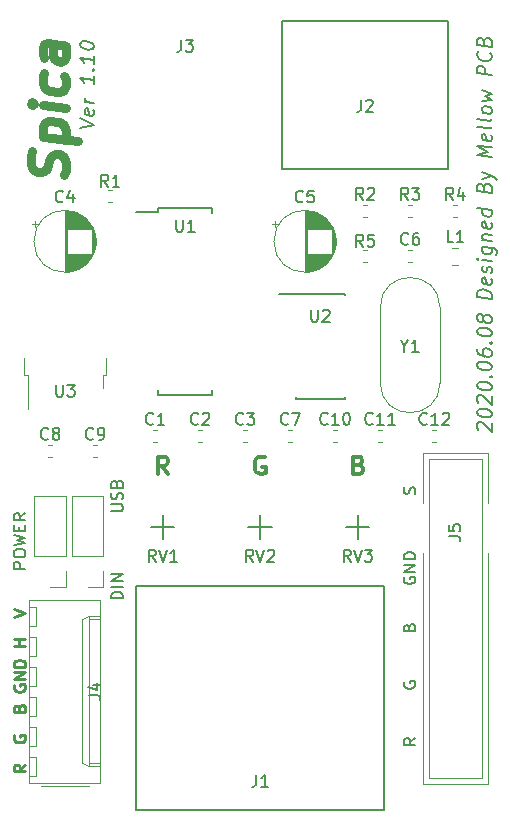
<source format=gbr>
G04 #@! TF.GenerationSoftware,KiCad,Pcbnew,(6.0.6-0)*
G04 #@! TF.CreationDate,2022-10-21T02:43:14+09:00*
G04 #@! TF.ProjectId,Spica,53706963-612e-46b6-9963-61645f706362,rev?*
G04 #@! TF.SameCoordinates,Original*
G04 #@! TF.FileFunction,Legend,Top*
G04 #@! TF.FilePolarity,Positive*
%FSLAX46Y46*%
G04 Gerber Fmt 4.6, Leading zero omitted, Abs format (unit mm)*
G04 Created by KiCad (PCBNEW (6.0.6-0)) date 2022-10-21 02:43:14*
%MOMM*%
%LPD*%
G01*
G04 APERTURE LIST*
%ADD10C,0.200000*%
%ADD11C,0.300000*%
%ADD12C,0.250000*%
%ADD13C,0.750000*%
%ADD14C,0.150000*%
%ADD15C,0.120000*%
G04 APERTURE END LIST*
D10*
X89352380Y-123339523D02*
X88876190Y-123672857D01*
X89352380Y-123910952D02*
X88352380Y-123910952D01*
X88352380Y-123530000D01*
X88400000Y-123434761D01*
X88447619Y-123387142D01*
X88542857Y-123339523D01*
X88685714Y-123339523D01*
X88780952Y-123387142D01*
X88828571Y-123434761D01*
X88876190Y-123530000D01*
X88876190Y-123910952D01*
X88400000Y-118577619D02*
X88352380Y-118672857D01*
X88352380Y-118815714D01*
X88400000Y-118958571D01*
X88495238Y-119053809D01*
X88590476Y-119101428D01*
X88780952Y-119149047D01*
X88923809Y-119149047D01*
X89114285Y-119101428D01*
X89209523Y-119053809D01*
X89304761Y-118958571D01*
X89352380Y-118815714D01*
X89352380Y-118720476D01*
X89304761Y-118577619D01*
X89257142Y-118530000D01*
X88923809Y-118530000D01*
X88923809Y-118720476D01*
X88828571Y-113958571D02*
X88876190Y-113815714D01*
X88923809Y-113768095D01*
X89019047Y-113720476D01*
X89161904Y-113720476D01*
X89257142Y-113768095D01*
X89304761Y-113815714D01*
X89352380Y-113910952D01*
X89352380Y-114291904D01*
X88352380Y-114291904D01*
X88352380Y-113958571D01*
X88400000Y-113863333D01*
X88447619Y-113815714D01*
X88542857Y-113768095D01*
X88638095Y-113768095D01*
X88733333Y-113815714D01*
X88780952Y-113863333D01*
X88828571Y-113958571D01*
X88828571Y-114291904D01*
X88400000Y-109720476D02*
X88352380Y-109815714D01*
X88352380Y-109958571D01*
X88400000Y-110101428D01*
X88495238Y-110196666D01*
X88590476Y-110244285D01*
X88780952Y-110291904D01*
X88923809Y-110291904D01*
X89114285Y-110244285D01*
X89209523Y-110196666D01*
X89304761Y-110101428D01*
X89352380Y-109958571D01*
X89352380Y-109863333D01*
X89304761Y-109720476D01*
X89257142Y-109672857D01*
X88923809Y-109672857D01*
X88923809Y-109863333D01*
X89352380Y-109244285D02*
X88352380Y-109244285D01*
X89352380Y-108672857D01*
X88352380Y-108672857D01*
X89352380Y-108196666D02*
X88352380Y-108196666D01*
X88352380Y-107958571D01*
X88400000Y-107815714D01*
X88495238Y-107720476D01*
X88590476Y-107672857D01*
X88780952Y-107625238D01*
X88923809Y-107625238D01*
X89114285Y-107672857D01*
X89209523Y-107720476D01*
X89304761Y-107815714D01*
X89352380Y-107958571D01*
X89352380Y-108196666D01*
X89304761Y-102672857D02*
X89352380Y-102530000D01*
X89352380Y-102291904D01*
X89304761Y-102196666D01*
X89257142Y-102149047D01*
X89161904Y-102101428D01*
X89066666Y-102101428D01*
X88971428Y-102149047D01*
X88923809Y-102196666D01*
X88876190Y-102291904D01*
X88828571Y-102482380D01*
X88780952Y-102577619D01*
X88733333Y-102625238D01*
X88638095Y-102672857D01*
X88542857Y-102672857D01*
X88447619Y-102625238D01*
X88400000Y-102577619D01*
X88352380Y-102482380D01*
X88352380Y-102244285D01*
X88400000Y-102101428D01*
D11*
X68409285Y-101008571D02*
X67909285Y-100294285D01*
X67552142Y-101008571D02*
X67552142Y-99508571D01*
X68123571Y-99508571D01*
X68266428Y-99580000D01*
X68337857Y-99651428D01*
X68409285Y-99794285D01*
X68409285Y-100008571D01*
X68337857Y-100151428D01*
X68266428Y-100222857D01*
X68123571Y-100294285D01*
X67552142Y-100294285D01*
D10*
X60937857Y-71651464D02*
X62137857Y-71401464D01*
X60937857Y-70851464D01*
X62080714Y-70137178D02*
X62137857Y-70258607D01*
X62137857Y-70487178D01*
X62080714Y-70594321D01*
X61966428Y-70637178D01*
X61509285Y-70580035D01*
X61395000Y-70508607D01*
X61337857Y-70387178D01*
X61337857Y-70158607D01*
X61395000Y-70051464D01*
X61509285Y-70008607D01*
X61623571Y-70022892D01*
X61737857Y-70608607D01*
X62137857Y-69572892D02*
X61337857Y-69472892D01*
X61566428Y-69501464D02*
X61452142Y-69430035D01*
X61395000Y-69365750D01*
X61337857Y-69244321D01*
X61337857Y-69130035D01*
X62137857Y-67287178D02*
X62137857Y-67972892D01*
X62137857Y-67630035D02*
X60937857Y-67480035D01*
X61109285Y-67615750D01*
X61223571Y-67744321D01*
X61280714Y-67865750D01*
X62023571Y-66758607D02*
X62080714Y-66708607D01*
X62137857Y-66772892D01*
X62080714Y-66822892D01*
X62023571Y-66758607D01*
X62137857Y-66772892D01*
X62137857Y-65572892D02*
X62137857Y-66258607D01*
X62137857Y-65915750D02*
X60937857Y-65765750D01*
X61109285Y-65901464D01*
X61223571Y-66030035D01*
X61280714Y-66151464D01*
X60937857Y-64680035D02*
X60937857Y-64565750D01*
X60995000Y-64458607D01*
X61052142Y-64408607D01*
X61166428Y-64365750D01*
X61395000Y-64337178D01*
X61680714Y-64372892D01*
X61909285Y-64458607D01*
X62023571Y-64530035D01*
X62080714Y-64594321D01*
X62137857Y-64715750D01*
X62137857Y-64830035D01*
X62080714Y-64937178D01*
X62023571Y-64987178D01*
X61909285Y-65030035D01*
X61680714Y-65058607D01*
X61395000Y-65022892D01*
X61166428Y-64937178D01*
X61052142Y-64865750D01*
X60995000Y-64801464D01*
X60937857Y-64680035D01*
X56332380Y-108989523D02*
X55332380Y-108989523D01*
X55332380Y-108608571D01*
X55380000Y-108513333D01*
X55427619Y-108465714D01*
X55522857Y-108418095D01*
X55665714Y-108418095D01*
X55760952Y-108465714D01*
X55808571Y-108513333D01*
X55856190Y-108608571D01*
X55856190Y-108989523D01*
X55332380Y-107799047D02*
X55332380Y-107608571D01*
X55380000Y-107513333D01*
X55475238Y-107418095D01*
X55665714Y-107370476D01*
X55999047Y-107370476D01*
X56189523Y-107418095D01*
X56284761Y-107513333D01*
X56332380Y-107608571D01*
X56332380Y-107799047D01*
X56284761Y-107894285D01*
X56189523Y-107989523D01*
X55999047Y-108037142D01*
X55665714Y-108037142D01*
X55475238Y-107989523D01*
X55380000Y-107894285D01*
X55332380Y-107799047D01*
X55332380Y-107037142D02*
X56332380Y-106799047D01*
X55618095Y-106608571D01*
X56332380Y-106418095D01*
X55332380Y-106180000D01*
X55808571Y-105799047D02*
X55808571Y-105465714D01*
X56332380Y-105322857D02*
X56332380Y-105799047D01*
X55332380Y-105799047D01*
X55332380Y-105322857D01*
X56332380Y-104322857D02*
X55856190Y-104656190D01*
X56332380Y-104894285D02*
X55332380Y-104894285D01*
X55332380Y-104513333D01*
X55380000Y-104418095D01*
X55427619Y-104370476D01*
X55522857Y-104322857D01*
X55665714Y-104322857D01*
X55760952Y-104370476D01*
X55808571Y-104418095D01*
X55856190Y-104513333D01*
X55856190Y-104894285D01*
D11*
X76592857Y-99580000D02*
X76450000Y-99508571D01*
X76235714Y-99508571D01*
X76021428Y-99580000D01*
X75878571Y-99722857D01*
X75807142Y-99865714D01*
X75735714Y-100151428D01*
X75735714Y-100365714D01*
X75807142Y-100651428D01*
X75878571Y-100794285D01*
X76021428Y-100937142D01*
X76235714Y-101008571D01*
X76378571Y-101008571D01*
X76592857Y-100937142D01*
X76664285Y-100865714D01*
X76664285Y-100365714D01*
X76378571Y-100365714D01*
D12*
X56332380Y-125594285D02*
X55856190Y-125927619D01*
X56332380Y-126165714D02*
X55332380Y-126165714D01*
X55332380Y-125784761D01*
X55380000Y-125689523D01*
X55427619Y-125641904D01*
X55522857Y-125594285D01*
X55665714Y-125594285D01*
X55760952Y-125641904D01*
X55808571Y-125689523D01*
X55856190Y-125784761D01*
X55856190Y-126165714D01*
X55380000Y-123118095D02*
X55332380Y-123213333D01*
X55332380Y-123356190D01*
X55380000Y-123499047D01*
X55475238Y-123594285D01*
X55570476Y-123641904D01*
X55760952Y-123689523D01*
X55903809Y-123689523D01*
X56094285Y-123641904D01*
X56189523Y-123594285D01*
X56284761Y-123499047D01*
X56332380Y-123356190D01*
X56332380Y-123260952D01*
X56284761Y-123118095D01*
X56237142Y-123070476D01*
X55903809Y-123070476D01*
X55903809Y-123260952D01*
X55808571Y-120784761D02*
X55856190Y-120641904D01*
X55903809Y-120594285D01*
X55999047Y-120546666D01*
X56141904Y-120546666D01*
X56237142Y-120594285D01*
X56284761Y-120641904D01*
X56332380Y-120737142D01*
X56332380Y-121118095D01*
X55332380Y-121118095D01*
X55332380Y-120784761D01*
X55380000Y-120689523D01*
X55427619Y-120641904D01*
X55522857Y-120594285D01*
X55618095Y-120594285D01*
X55713333Y-120641904D01*
X55760952Y-120689523D01*
X55808571Y-120784761D01*
X55808571Y-121118095D01*
X55380000Y-118832380D02*
X55332380Y-118927619D01*
X55332380Y-119070476D01*
X55380000Y-119213333D01*
X55475238Y-119308571D01*
X55570476Y-119356190D01*
X55760952Y-119403809D01*
X55903809Y-119403809D01*
X56094285Y-119356190D01*
X56189523Y-119308571D01*
X56284761Y-119213333D01*
X56332380Y-119070476D01*
X56332380Y-118975238D01*
X56284761Y-118832380D01*
X56237142Y-118784761D01*
X55903809Y-118784761D01*
X55903809Y-118975238D01*
X56332380Y-118356190D02*
X55332380Y-118356190D01*
X56332380Y-117784761D01*
X55332380Y-117784761D01*
X56332380Y-117308571D02*
X55332380Y-117308571D01*
X55332380Y-117070476D01*
X55380000Y-116927619D01*
X55475238Y-116832380D01*
X55570476Y-116784761D01*
X55760952Y-116737142D01*
X55903809Y-116737142D01*
X56094285Y-116784761D01*
X56189523Y-116832380D01*
X56284761Y-116927619D01*
X56332380Y-117070476D01*
X56332380Y-117308571D01*
X56332380Y-115546666D02*
X55332380Y-115546666D01*
X55808571Y-115546666D02*
X55808571Y-114975238D01*
X56332380Y-114975238D02*
X55332380Y-114975238D01*
X55332380Y-113118095D02*
X56332380Y-112784761D01*
X55332380Y-112451428D01*
D10*
X63587380Y-104131904D02*
X64396904Y-104131904D01*
X64492142Y-104084285D01*
X64539761Y-104036666D01*
X64587380Y-103941428D01*
X64587380Y-103750952D01*
X64539761Y-103655714D01*
X64492142Y-103608095D01*
X64396904Y-103560476D01*
X63587380Y-103560476D01*
X64539761Y-103131904D02*
X64587380Y-102989047D01*
X64587380Y-102750952D01*
X64539761Y-102655714D01*
X64492142Y-102608095D01*
X64396904Y-102560476D01*
X64301666Y-102560476D01*
X64206428Y-102608095D01*
X64158809Y-102655714D01*
X64111190Y-102750952D01*
X64063571Y-102941428D01*
X64015952Y-103036666D01*
X63968333Y-103084285D01*
X63873095Y-103131904D01*
X63777857Y-103131904D01*
X63682619Y-103084285D01*
X63635000Y-103036666D01*
X63587380Y-102941428D01*
X63587380Y-102703333D01*
X63635000Y-102560476D01*
X64063571Y-101798571D02*
X64111190Y-101655714D01*
X64158809Y-101608095D01*
X64254047Y-101560476D01*
X64396904Y-101560476D01*
X64492142Y-101608095D01*
X64539761Y-101655714D01*
X64587380Y-101750952D01*
X64587380Y-102131904D01*
X63587380Y-102131904D01*
X63587380Y-101798571D01*
X63635000Y-101703333D01*
X63682619Y-101655714D01*
X63777857Y-101608095D01*
X63873095Y-101608095D01*
X63968333Y-101655714D01*
X64015952Y-101703333D01*
X64063571Y-101798571D01*
X64063571Y-102131904D01*
X64587380Y-111513809D02*
X63587380Y-111513809D01*
X63587380Y-111275714D01*
X63635000Y-111132857D01*
X63730238Y-111037619D01*
X63825476Y-110990000D01*
X64015952Y-110942380D01*
X64158809Y-110942380D01*
X64349285Y-110990000D01*
X64444523Y-111037619D01*
X64539761Y-111132857D01*
X64587380Y-111275714D01*
X64587380Y-111513809D01*
X64587380Y-110513809D02*
X63587380Y-110513809D01*
X64587380Y-110037619D02*
X63587380Y-110037619D01*
X64587380Y-109466190D01*
X63587380Y-109466190D01*
X94684523Y-97250543D02*
X94625000Y-97185959D01*
X94565476Y-97064233D01*
X94565476Y-96778519D01*
X94625000Y-96671674D01*
X94684523Y-96621971D01*
X94803571Y-96579709D01*
X94922619Y-96594590D01*
X95101190Y-96674055D01*
X95815476Y-97449055D01*
X95815476Y-96706197D01*
X94565476Y-95807090D02*
X94565476Y-95692805D01*
X94625000Y-95585959D01*
X94684523Y-95536257D01*
X94803571Y-95493995D01*
X95041666Y-95466614D01*
X95339285Y-95503816D01*
X95577380Y-95590721D01*
X95696428Y-95662745D01*
X95755952Y-95727328D01*
X95815476Y-95849055D01*
X95815476Y-95963340D01*
X95755952Y-96070186D01*
X95696428Y-96119888D01*
X95577380Y-96162150D01*
X95339285Y-96189531D01*
X95041666Y-96152328D01*
X94803571Y-96065424D01*
X94684523Y-95993400D01*
X94625000Y-95928816D01*
X94565476Y-95807090D01*
X94684523Y-94964828D02*
X94625000Y-94900245D01*
X94565476Y-94778519D01*
X94565476Y-94492805D01*
X94625000Y-94385959D01*
X94684523Y-94336257D01*
X94803571Y-94293995D01*
X94922619Y-94308876D01*
X95101190Y-94388340D01*
X95815476Y-95163340D01*
X95815476Y-94420483D01*
X94565476Y-93521376D02*
X94565476Y-93407090D01*
X94625000Y-93300245D01*
X94684523Y-93250543D01*
X94803571Y-93208281D01*
X95041666Y-93180900D01*
X95339285Y-93218102D01*
X95577380Y-93305007D01*
X95696428Y-93377031D01*
X95755952Y-93441614D01*
X95815476Y-93563340D01*
X95815476Y-93677626D01*
X95755952Y-93784471D01*
X95696428Y-93834174D01*
X95577380Y-93876436D01*
X95339285Y-93903816D01*
X95041666Y-93866614D01*
X94803571Y-93779709D01*
X94684523Y-93707686D01*
X94625000Y-93643102D01*
X94565476Y-93521376D01*
X95696428Y-92748459D02*
X95755952Y-92698757D01*
X95815476Y-92763340D01*
X95755952Y-92813043D01*
X95696428Y-92748459D01*
X95815476Y-92763340D01*
X94565476Y-91807090D02*
X94565476Y-91692805D01*
X94625000Y-91585959D01*
X94684523Y-91536257D01*
X94803571Y-91493995D01*
X95041666Y-91466614D01*
X95339285Y-91503816D01*
X95577380Y-91590721D01*
X95696428Y-91662745D01*
X95755952Y-91727328D01*
X95815476Y-91849055D01*
X95815476Y-91963340D01*
X95755952Y-92070186D01*
X95696428Y-92119888D01*
X95577380Y-92162150D01*
X95339285Y-92189531D01*
X95041666Y-92152328D01*
X94803571Y-92065424D01*
X94684523Y-91993400D01*
X94625000Y-91928816D01*
X94565476Y-91807090D01*
X94565476Y-90378519D02*
X94565476Y-90607090D01*
X94625000Y-90728816D01*
X94684523Y-90793400D01*
X94863095Y-90930007D01*
X95101190Y-91016912D01*
X95577380Y-91076436D01*
X95696428Y-91034174D01*
X95755952Y-90984471D01*
X95815476Y-90877626D01*
X95815476Y-90649055D01*
X95755952Y-90527328D01*
X95696428Y-90462745D01*
X95577380Y-90390721D01*
X95279761Y-90353519D01*
X95160714Y-90395781D01*
X95101190Y-90445483D01*
X95041666Y-90552328D01*
X95041666Y-90780900D01*
X95101190Y-90902626D01*
X95160714Y-90967209D01*
X95279761Y-91039233D01*
X95696428Y-89891316D02*
X95755952Y-89841614D01*
X95815476Y-89906197D01*
X95755952Y-89955900D01*
X95696428Y-89891316D01*
X95815476Y-89906197D01*
X94565476Y-88949947D02*
X94565476Y-88835662D01*
X94625000Y-88728816D01*
X94684523Y-88679114D01*
X94803571Y-88636852D01*
X95041666Y-88609471D01*
X95339285Y-88646674D01*
X95577380Y-88733578D01*
X95696428Y-88805602D01*
X95755952Y-88870186D01*
X95815476Y-88991912D01*
X95815476Y-89106197D01*
X95755952Y-89213043D01*
X95696428Y-89262745D01*
X95577380Y-89305007D01*
X95339285Y-89332388D01*
X95041666Y-89295186D01*
X94803571Y-89208281D01*
X94684523Y-89136257D01*
X94625000Y-89071674D01*
X94565476Y-88949947D01*
X95101190Y-87931197D02*
X95041666Y-88038043D01*
X94982142Y-88087745D01*
X94863095Y-88130007D01*
X94803571Y-88122566D01*
X94684523Y-88050543D01*
X94625000Y-87985959D01*
X94565476Y-87864233D01*
X94565476Y-87635662D01*
X94625000Y-87528816D01*
X94684523Y-87479114D01*
X94803571Y-87436852D01*
X94863095Y-87444293D01*
X94982142Y-87516316D01*
X95041666Y-87580900D01*
X95101190Y-87702626D01*
X95101190Y-87931197D01*
X95160714Y-88052924D01*
X95220238Y-88117507D01*
X95339285Y-88189531D01*
X95577380Y-88219293D01*
X95696428Y-88177031D01*
X95755952Y-88127328D01*
X95815476Y-88020483D01*
X95815476Y-87791912D01*
X95755952Y-87670186D01*
X95696428Y-87605602D01*
X95577380Y-87533578D01*
X95339285Y-87503816D01*
X95220238Y-87546078D01*
X95160714Y-87595781D01*
X95101190Y-87702626D01*
X95815476Y-86134769D02*
X94565476Y-85978519D01*
X94565476Y-85692805D01*
X94625000Y-85528816D01*
X94744047Y-85429412D01*
X94863095Y-85387150D01*
X95101190Y-85359769D01*
X95279761Y-85382090D01*
X95517857Y-85468995D01*
X95636904Y-85541019D01*
X95755952Y-85670186D01*
X95815476Y-85849055D01*
X95815476Y-86134769D01*
X95755952Y-84470186D02*
X95815476Y-84591912D01*
X95815476Y-84820483D01*
X95755952Y-84927328D01*
X95636904Y-84969590D01*
X95160714Y-84910066D01*
X95041666Y-84838043D01*
X94982142Y-84716316D01*
X94982142Y-84487745D01*
X95041666Y-84380900D01*
X95160714Y-84338638D01*
X95279761Y-84353519D01*
X95398809Y-84939828D01*
X95755952Y-83955900D02*
X95815476Y-83849055D01*
X95815476Y-83620483D01*
X95755952Y-83498757D01*
X95636904Y-83426733D01*
X95577380Y-83419293D01*
X95458333Y-83461555D01*
X95398809Y-83568400D01*
X95398809Y-83739828D01*
X95339285Y-83846674D01*
X95220238Y-83888936D01*
X95160714Y-83881495D01*
X95041666Y-83809471D01*
X94982142Y-83687745D01*
X94982142Y-83516316D01*
X95041666Y-83409471D01*
X95815476Y-82934769D02*
X94982142Y-82830602D01*
X94565476Y-82778519D02*
X94625000Y-82843102D01*
X94684523Y-82793400D01*
X94625000Y-82728816D01*
X94565476Y-82778519D01*
X94684523Y-82793400D01*
X94982142Y-81744888D02*
X95994047Y-81871376D01*
X96113095Y-81943400D01*
X96172619Y-82007983D01*
X96232142Y-82129709D01*
X96232142Y-82301138D01*
X96172619Y-82407983D01*
X95755952Y-81841614D02*
X95815476Y-81963340D01*
X95815476Y-82191912D01*
X95755952Y-82298757D01*
X95696428Y-82348459D01*
X95577380Y-82390721D01*
X95220238Y-82346078D01*
X95101190Y-82274055D01*
X95041666Y-82209471D01*
X94982142Y-82087745D01*
X94982142Y-81859174D01*
X95041666Y-81752328D01*
X94982142Y-81173459D02*
X95815476Y-81277626D01*
X95101190Y-81188340D02*
X95041666Y-81123757D01*
X94982142Y-81002031D01*
X94982142Y-80830602D01*
X95041666Y-80723757D01*
X95160714Y-80681495D01*
X95815476Y-80763340D01*
X95755952Y-79727328D02*
X95815476Y-79849055D01*
X95815476Y-80077626D01*
X95755952Y-80184471D01*
X95636904Y-80226733D01*
X95160714Y-80167209D01*
X95041666Y-80095186D01*
X94982142Y-79973459D01*
X94982142Y-79744888D01*
X95041666Y-79638043D01*
X95160714Y-79595781D01*
X95279761Y-79610662D01*
X95398809Y-80196971D01*
X95815476Y-78649055D02*
X94565476Y-78492805D01*
X95755952Y-78641614D02*
X95815476Y-78763340D01*
X95815476Y-78991912D01*
X95755952Y-79098757D01*
X95696428Y-79148459D01*
X95577380Y-79190721D01*
X95220238Y-79146078D01*
X95101190Y-79074055D01*
X95041666Y-79009471D01*
X94982142Y-78887745D01*
X94982142Y-78659174D01*
X95041666Y-78552328D01*
X95160714Y-76681495D02*
X95220238Y-76517507D01*
X95279761Y-76467805D01*
X95398809Y-76425543D01*
X95577380Y-76447864D01*
X95696428Y-76519888D01*
X95755952Y-76584471D01*
X95815476Y-76706197D01*
X95815476Y-77163340D01*
X94565476Y-77007090D01*
X94565476Y-76607090D01*
X94625000Y-76500245D01*
X94684523Y-76450543D01*
X94803571Y-76408281D01*
X94922619Y-76423162D01*
X95041666Y-76495186D01*
X95101190Y-76559769D01*
X95160714Y-76681495D01*
X95160714Y-77081495D01*
X94982142Y-75973459D02*
X95815476Y-75791912D01*
X94982142Y-75402031D02*
X95815476Y-75791912D01*
X96113095Y-75943400D01*
X96172619Y-76007983D01*
X96232142Y-76129709D01*
X95815476Y-74134769D02*
X94565476Y-73978519D01*
X95458333Y-73690126D01*
X94565476Y-73178519D01*
X95815476Y-73334769D01*
X95755952Y-72298757D02*
X95815476Y-72420483D01*
X95815476Y-72649055D01*
X95755952Y-72755900D01*
X95636904Y-72798162D01*
X95160714Y-72738638D01*
X95041666Y-72666614D01*
X94982142Y-72544888D01*
X94982142Y-72316316D01*
X95041666Y-72209471D01*
X95160714Y-72167209D01*
X95279761Y-72182090D01*
X95398809Y-72768400D01*
X95815476Y-71563340D02*
X95755952Y-71670186D01*
X95636904Y-71712447D01*
X94565476Y-71578519D01*
X95815476Y-70934769D02*
X95755952Y-71041614D01*
X95636904Y-71083876D01*
X94565476Y-70949947D01*
X95815476Y-70306197D02*
X95755952Y-70413043D01*
X95696428Y-70462745D01*
X95577380Y-70505007D01*
X95220238Y-70460364D01*
X95101190Y-70388340D01*
X95041666Y-70323757D01*
X94982142Y-70202031D01*
X94982142Y-70030602D01*
X95041666Y-69923757D01*
X95101190Y-69874055D01*
X95220238Y-69831793D01*
X95577380Y-69876436D01*
X95696428Y-69948459D01*
X95755952Y-70013043D01*
X95815476Y-70134769D01*
X95815476Y-70306197D01*
X94982142Y-69402031D02*
X95815476Y-69277626D01*
X95220238Y-68974650D01*
X95815476Y-68820483D01*
X94982142Y-68487745D01*
X95815476Y-67220483D02*
X94565476Y-67064233D01*
X94565476Y-66607090D01*
X94625000Y-66500245D01*
X94684523Y-66450543D01*
X94803571Y-66408281D01*
X94982142Y-66430602D01*
X95101190Y-66502626D01*
X95160714Y-66567209D01*
X95220238Y-66688936D01*
X95220238Y-67146078D01*
X95696428Y-65319888D02*
X95755952Y-65384471D01*
X95815476Y-65563340D01*
X95815476Y-65677626D01*
X95755952Y-65841614D01*
X95636904Y-65941019D01*
X95517857Y-65983281D01*
X95279761Y-66010662D01*
X95101190Y-65988340D01*
X94863095Y-65901436D01*
X94744047Y-65829412D01*
X94625000Y-65700245D01*
X94565476Y-65521376D01*
X94565476Y-65407090D01*
X94625000Y-65243102D01*
X94684523Y-65193400D01*
X95160714Y-64338638D02*
X95220238Y-64174650D01*
X95279761Y-64124947D01*
X95398809Y-64082686D01*
X95577380Y-64105007D01*
X95696428Y-64177031D01*
X95755952Y-64241614D01*
X95815476Y-64363340D01*
X95815476Y-64820483D01*
X94565476Y-64664233D01*
X94565476Y-64264233D01*
X94625000Y-64157388D01*
X94684523Y-64107686D01*
X94803571Y-64065424D01*
X94922619Y-64080305D01*
X95041666Y-64152328D01*
X95101190Y-64216912D01*
X95160714Y-64338638D01*
X95160714Y-64738638D01*
D11*
X84562142Y-100222857D02*
X84776428Y-100294285D01*
X84847857Y-100365714D01*
X84919285Y-100508571D01*
X84919285Y-100722857D01*
X84847857Y-100865714D01*
X84776428Y-100937142D01*
X84633571Y-101008571D01*
X84062142Y-101008571D01*
X84062142Y-99508571D01*
X84562142Y-99508571D01*
X84705000Y-99580000D01*
X84776428Y-99651428D01*
X84847857Y-99794285D01*
X84847857Y-99937142D01*
X84776428Y-100080000D01*
X84705000Y-100151428D01*
X84562142Y-100222857D01*
X84062142Y-100222857D01*
D13*
X59634285Y-75687589D02*
X59777142Y-75276875D01*
X59777142Y-74562589D01*
X59634285Y-74259017D01*
X59491428Y-74098303D01*
X59205714Y-73919732D01*
X58920000Y-73884017D01*
X58634285Y-73991160D01*
X58491428Y-74116160D01*
X58348571Y-74384017D01*
X58205714Y-74937589D01*
X58062857Y-75205446D01*
X57920000Y-75330446D01*
X57634285Y-75437589D01*
X57348571Y-75401875D01*
X57062857Y-75223303D01*
X56920000Y-75062589D01*
X56777142Y-74759017D01*
X56777142Y-74044732D01*
X56920000Y-73634017D01*
X57777142Y-72455446D02*
X60777142Y-72830446D01*
X57920000Y-72473303D02*
X57777142Y-72169732D01*
X57777142Y-71598303D01*
X57920000Y-71330446D01*
X58062857Y-71205446D01*
X58348571Y-71098303D01*
X59205714Y-71205446D01*
X59491428Y-71384017D01*
X59634285Y-71544732D01*
X59777142Y-71848303D01*
X59777142Y-72419732D01*
X59634285Y-72687589D01*
X59777142Y-69991160D02*
X57777142Y-69741160D01*
X56777142Y-69616160D02*
X56920000Y-69776875D01*
X57062857Y-69651875D01*
X56920000Y-69491160D01*
X56777142Y-69616160D01*
X57062857Y-69651875D01*
X59634285Y-67259017D02*
X59777142Y-67562589D01*
X59777142Y-68134017D01*
X59634285Y-68401875D01*
X59491428Y-68526875D01*
X59205714Y-68634017D01*
X58348571Y-68526875D01*
X58062857Y-68348303D01*
X57920000Y-68187589D01*
X57777142Y-67884017D01*
X57777142Y-67312589D01*
X57920000Y-67044732D01*
X59777142Y-64705446D02*
X58205714Y-64509017D01*
X57920000Y-64616160D01*
X57777142Y-64884017D01*
X57777142Y-65455446D01*
X57920000Y-65759017D01*
X59634285Y-64687589D02*
X59777142Y-64991160D01*
X59777142Y-65705446D01*
X59634285Y-65973303D01*
X59348571Y-66080446D01*
X59062857Y-66044732D01*
X58777142Y-65866160D01*
X58634285Y-65562589D01*
X58634285Y-64848303D01*
X58491428Y-64544732D01*
D14*
X59503333Y-77887142D02*
X59455714Y-77934761D01*
X59312857Y-77982380D01*
X59217619Y-77982380D01*
X59074761Y-77934761D01*
X58979523Y-77839523D01*
X58931904Y-77744285D01*
X58884285Y-77553809D01*
X58884285Y-77410952D01*
X58931904Y-77220476D01*
X58979523Y-77125238D01*
X59074761Y-77030000D01*
X59217619Y-76982380D01*
X59312857Y-76982380D01*
X59455714Y-77030000D01*
X59503333Y-77077619D01*
X60360476Y-77315714D02*
X60360476Y-77982380D01*
X60122380Y-76934761D02*
X59884285Y-77649047D01*
X60503333Y-77649047D01*
X79823333Y-77887142D02*
X79775714Y-77934761D01*
X79632857Y-77982380D01*
X79537619Y-77982380D01*
X79394761Y-77934761D01*
X79299523Y-77839523D01*
X79251904Y-77744285D01*
X79204285Y-77553809D01*
X79204285Y-77410952D01*
X79251904Y-77220476D01*
X79299523Y-77125238D01*
X79394761Y-77030000D01*
X79537619Y-76982380D01*
X79632857Y-76982380D01*
X79775714Y-77030000D01*
X79823333Y-77077619D01*
X80728095Y-76982380D02*
X80251904Y-76982380D01*
X80204285Y-77458571D01*
X80251904Y-77410952D01*
X80347142Y-77363333D01*
X80585238Y-77363333D01*
X80680476Y-77410952D01*
X80728095Y-77458571D01*
X80775714Y-77553809D01*
X80775714Y-77791904D01*
X80728095Y-77887142D01*
X80680476Y-77934761D01*
X80585238Y-77982380D01*
X80347142Y-77982380D01*
X80251904Y-77934761D01*
X80204285Y-77887142D01*
X69088095Y-79462380D02*
X69088095Y-80271904D01*
X69135714Y-80367142D01*
X69183333Y-80414761D01*
X69278571Y-80462380D01*
X69469047Y-80462380D01*
X69564285Y-80414761D01*
X69611904Y-80367142D01*
X69659523Y-80271904D01*
X69659523Y-79462380D01*
X70659523Y-80462380D02*
X70088095Y-80462380D01*
X70373809Y-80462380D02*
X70373809Y-79462380D01*
X70278571Y-79605238D01*
X70183333Y-79700476D01*
X70088095Y-79748095D01*
X67143333Y-96717142D02*
X67095714Y-96764761D01*
X66952857Y-96812380D01*
X66857619Y-96812380D01*
X66714761Y-96764761D01*
X66619523Y-96669523D01*
X66571904Y-96574285D01*
X66524285Y-96383809D01*
X66524285Y-96240952D01*
X66571904Y-96050476D01*
X66619523Y-95955238D01*
X66714761Y-95860000D01*
X66857619Y-95812380D01*
X66952857Y-95812380D01*
X67095714Y-95860000D01*
X67143333Y-95907619D01*
X68095714Y-96812380D02*
X67524285Y-96812380D01*
X67810000Y-96812380D02*
X67810000Y-95812380D01*
X67714761Y-95955238D01*
X67619523Y-96050476D01*
X67524285Y-96098095D01*
X70953333Y-96717142D02*
X70905714Y-96764761D01*
X70762857Y-96812380D01*
X70667619Y-96812380D01*
X70524761Y-96764761D01*
X70429523Y-96669523D01*
X70381904Y-96574285D01*
X70334285Y-96383809D01*
X70334285Y-96240952D01*
X70381904Y-96050476D01*
X70429523Y-95955238D01*
X70524761Y-95860000D01*
X70667619Y-95812380D01*
X70762857Y-95812380D01*
X70905714Y-95860000D01*
X70953333Y-95907619D01*
X71334285Y-95907619D02*
X71381904Y-95860000D01*
X71477142Y-95812380D01*
X71715238Y-95812380D01*
X71810476Y-95860000D01*
X71858095Y-95907619D01*
X71905714Y-96002857D01*
X71905714Y-96098095D01*
X71858095Y-96240952D01*
X71286666Y-96812380D01*
X71905714Y-96812380D01*
X74763333Y-96717142D02*
X74715714Y-96764761D01*
X74572857Y-96812380D01*
X74477619Y-96812380D01*
X74334761Y-96764761D01*
X74239523Y-96669523D01*
X74191904Y-96574285D01*
X74144285Y-96383809D01*
X74144285Y-96240952D01*
X74191904Y-96050476D01*
X74239523Y-95955238D01*
X74334761Y-95860000D01*
X74477619Y-95812380D01*
X74572857Y-95812380D01*
X74715714Y-95860000D01*
X74763333Y-95907619D01*
X75096666Y-95812380D02*
X75715714Y-95812380D01*
X75382380Y-96193333D01*
X75525238Y-96193333D01*
X75620476Y-96240952D01*
X75668095Y-96288571D01*
X75715714Y-96383809D01*
X75715714Y-96621904D01*
X75668095Y-96717142D01*
X75620476Y-96764761D01*
X75525238Y-96812380D01*
X75239523Y-96812380D01*
X75144285Y-96764761D01*
X75096666Y-96717142D01*
X88733333Y-81477142D02*
X88685714Y-81524761D01*
X88542857Y-81572380D01*
X88447619Y-81572380D01*
X88304761Y-81524761D01*
X88209523Y-81429523D01*
X88161904Y-81334285D01*
X88114285Y-81143809D01*
X88114285Y-81000952D01*
X88161904Y-80810476D01*
X88209523Y-80715238D01*
X88304761Y-80620000D01*
X88447619Y-80572380D01*
X88542857Y-80572380D01*
X88685714Y-80620000D01*
X88733333Y-80667619D01*
X89590476Y-80572380D02*
X89400000Y-80572380D01*
X89304761Y-80620000D01*
X89257142Y-80667619D01*
X89161904Y-80810476D01*
X89114285Y-81000952D01*
X89114285Y-81381904D01*
X89161904Y-81477142D01*
X89209523Y-81524761D01*
X89304761Y-81572380D01*
X89495238Y-81572380D01*
X89590476Y-81524761D01*
X89638095Y-81477142D01*
X89685714Y-81381904D01*
X89685714Y-81143809D01*
X89638095Y-81048571D01*
X89590476Y-81000952D01*
X89495238Y-80953333D01*
X89304761Y-80953333D01*
X89209523Y-81000952D01*
X89161904Y-81048571D01*
X89114285Y-81143809D01*
X78573333Y-96717142D02*
X78525714Y-96764761D01*
X78382857Y-96812380D01*
X78287619Y-96812380D01*
X78144761Y-96764761D01*
X78049523Y-96669523D01*
X78001904Y-96574285D01*
X77954285Y-96383809D01*
X77954285Y-96240952D01*
X78001904Y-96050476D01*
X78049523Y-95955238D01*
X78144761Y-95860000D01*
X78287619Y-95812380D01*
X78382857Y-95812380D01*
X78525714Y-95860000D01*
X78573333Y-95907619D01*
X78906666Y-95812380D02*
X79573333Y-95812380D01*
X79144761Y-96812380D01*
X58253333Y-97987142D02*
X58205714Y-98034761D01*
X58062857Y-98082380D01*
X57967619Y-98082380D01*
X57824761Y-98034761D01*
X57729523Y-97939523D01*
X57681904Y-97844285D01*
X57634285Y-97653809D01*
X57634285Y-97510952D01*
X57681904Y-97320476D01*
X57729523Y-97225238D01*
X57824761Y-97130000D01*
X57967619Y-97082380D01*
X58062857Y-97082380D01*
X58205714Y-97130000D01*
X58253333Y-97177619D01*
X58824761Y-97510952D02*
X58729523Y-97463333D01*
X58681904Y-97415714D01*
X58634285Y-97320476D01*
X58634285Y-97272857D01*
X58681904Y-97177619D01*
X58729523Y-97130000D01*
X58824761Y-97082380D01*
X59015238Y-97082380D01*
X59110476Y-97130000D01*
X59158095Y-97177619D01*
X59205714Y-97272857D01*
X59205714Y-97320476D01*
X59158095Y-97415714D01*
X59110476Y-97463333D01*
X59015238Y-97510952D01*
X58824761Y-97510952D01*
X58729523Y-97558571D01*
X58681904Y-97606190D01*
X58634285Y-97701428D01*
X58634285Y-97891904D01*
X58681904Y-97987142D01*
X58729523Y-98034761D01*
X58824761Y-98082380D01*
X59015238Y-98082380D01*
X59110476Y-98034761D01*
X59158095Y-97987142D01*
X59205714Y-97891904D01*
X59205714Y-97701428D01*
X59158095Y-97606190D01*
X59110476Y-97558571D01*
X59015238Y-97510952D01*
X62063333Y-97987142D02*
X62015714Y-98034761D01*
X61872857Y-98082380D01*
X61777619Y-98082380D01*
X61634761Y-98034761D01*
X61539523Y-97939523D01*
X61491904Y-97844285D01*
X61444285Y-97653809D01*
X61444285Y-97510952D01*
X61491904Y-97320476D01*
X61539523Y-97225238D01*
X61634761Y-97130000D01*
X61777619Y-97082380D01*
X61872857Y-97082380D01*
X62015714Y-97130000D01*
X62063333Y-97177619D01*
X62539523Y-98082380D02*
X62730000Y-98082380D01*
X62825238Y-98034761D01*
X62872857Y-97987142D01*
X62968095Y-97844285D01*
X63015714Y-97653809D01*
X63015714Y-97272857D01*
X62968095Y-97177619D01*
X62920476Y-97130000D01*
X62825238Y-97082380D01*
X62634761Y-97082380D01*
X62539523Y-97130000D01*
X62491904Y-97177619D01*
X62444285Y-97272857D01*
X62444285Y-97510952D01*
X62491904Y-97606190D01*
X62539523Y-97653809D01*
X62634761Y-97701428D01*
X62825238Y-97701428D01*
X62920476Y-97653809D01*
X62968095Y-97606190D01*
X63015714Y-97510952D01*
X81907142Y-96717142D02*
X81859523Y-96764761D01*
X81716666Y-96812380D01*
X81621428Y-96812380D01*
X81478571Y-96764761D01*
X81383333Y-96669523D01*
X81335714Y-96574285D01*
X81288095Y-96383809D01*
X81288095Y-96240952D01*
X81335714Y-96050476D01*
X81383333Y-95955238D01*
X81478571Y-95860000D01*
X81621428Y-95812380D01*
X81716666Y-95812380D01*
X81859523Y-95860000D01*
X81907142Y-95907619D01*
X82859523Y-96812380D02*
X82288095Y-96812380D01*
X82573809Y-96812380D02*
X82573809Y-95812380D01*
X82478571Y-95955238D01*
X82383333Y-96050476D01*
X82288095Y-96098095D01*
X83478571Y-95812380D02*
X83573809Y-95812380D01*
X83669047Y-95860000D01*
X83716666Y-95907619D01*
X83764285Y-96002857D01*
X83811904Y-96193333D01*
X83811904Y-96431428D01*
X83764285Y-96621904D01*
X83716666Y-96717142D01*
X83669047Y-96764761D01*
X83573809Y-96812380D01*
X83478571Y-96812380D01*
X83383333Y-96764761D01*
X83335714Y-96717142D01*
X83288095Y-96621904D01*
X83240476Y-96431428D01*
X83240476Y-96193333D01*
X83288095Y-96002857D01*
X83335714Y-95907619D01*
X83383333Y-95860000D01*
X83478571Y-95812380D01*
X85717142Y-96717142D02*
X85669523Y-96764761D01*
X85526666Y-96812380D01*
X85431428Y-96812380D01*
X85288571Y-96764761D01*
X85193333Y-96669523D01*
X85145714Y-96574285D01*
X85098095Y-96383809D01*
X85098095Y-96240952D01*
X85145714Y-96050476D01*
X85193333Y-95955238D01*
X85288571Y-95860000D01*
X85431428Y-95812380D01*
X85526666Y-95812380D01*
X85669523Y-95860000D01*
X85717142Y-95907619D01*
X86669523Y-96812380D02*
X86098095Y-96812380D01*
X86383809Y-96812380D02*
X86383809Y-95812380D01*
X86288571Y-95955238D01*
X86193333Y-96050476D01*
X86098095Y-96098095D01*
X87621904Y-96812380D02*
X87050476Y-96812380D01*
X87336190Y-96812380D02*
X87336190Y-95812380D01*
X87240952Y-95955238D01*
X87145714Y-96050476D01*
X87050476Y-96098095D01*
X90314642Y-96717142D02*
X90267023Y-96764761D01*
X90124166Y-96812380D01*
X90028928Y-96812380D01*
X89886071Y-96764761D01*
X89790833Y-96669523D01*
X89743214Y-96574285D01*
X89695595Y-96383809D01*
X89695595Y-96240952D01*
X89743214Y-96050476D01*
X89790833Y-95955238D01*
X89886071Y-95860000D01*
X90028928Y-95812380D01*
X90124166Y-95812380D01*
X90267023Y-95860000D01*
X90314642Y-95907619D01*
X91267023Y-96812380D02*
X90695595Y-96812380D01*
X90981309Y-96812380D02*
X90981309Y-95812380D01*
X90886071Y-95955238D01*
X90790833Y-96050476D01*
X90695595Y-96098095D01*
X91647976Y-95907619D02*
X91695595Y-95860000D01*
X91790833Y-95812380D01*
X92028928Y-95812380D01*
X92124166Y-95860000D01*
X92171785Y-95907619D01*
X92219404Y-96002857D01*
X92219404Y-96098095D01*
X92171785Y-96240952D01*
X91600357Y-96812380D01*
X92219404Y-96812380D01*
X84756666Y-69302380D02*
X84756666Y-70016666D01*
X84709047Y-70159523D01*
X84613809Y-70254761D01*
X84470952Y-70302380D01*
X84375714Y-70302380D01*
X85185238Y-69397619D02*
X85232857Y-69350000D01*
X85328095Y-69302380D01*
X85566190Y-69302380D01*
X85661428Y-69350000D01*
X85709047Y-69397619D01*
X85756666Y-69492857D01*
X85756666Y-69588095D01*
X85709047Y-69730952D01*
X85137619Y-70302380D01*
X85756666Y-70302380D01*
X69516666Y-64222380D02*
X69516666Y-64936666D01*
X69469047Y-65079523D01*
X69373809Y-65174761D01*
X69230952Y-65222380D01*
X69135714Y-65222380D01*
X69897619Y-64222380D02*
X70516666Y-64222380D01*
X70183333Y-64603333D01*
X70326190Y-64603333D01*
X70421428Y-64650952D01*
X70469047Y-64698571D01*
X70516666Y-64793809D01*
X70516666Y-65031904D01*
X70469047Y-65127142D01*
X70421428Y-65174761D01*
X70326190Y-65222380D01*
X70040476Y-65222380D01*
X69945238Y-65174761D01*
X69897619Y-65127142D01*
X92543333Y-81352380D02*
X92067142Y-81352380D01*
X92067142Y-80352380D01*
X93400476Y-81352380D02*
X92829047Y-81352380D01*
X93114761Y-81352380D02*
X93114761Y-80352380D01*
X93019523Y-80495238D01*
X92924285Y-80590476D01*
X92829047Y-80638095D01*
X63333333Y-76652380D02*
X63000000Y-76176190D01*
X62761904Y-76652380D02*
X62761904Y-75652380D01*
X63142857Y-75652380D01*
X63238095Y-75700000D01*
X63285714Y-75747619D01*
X63333333Y-75842857D01*
X63333333Y-75985714D01*
X63285714Y-76080952D01*
X63238095Y-76128571D01*
X63142857Y-76176190D01*
X62761904Y-76176190D01*
X64285714Y-76652380D02*
X63714285Y-76652380D01*
X64000000Y-76652380D02*
X64000000Y-75652380D01*
X63904761Y-75795238D01*
X63809523Y-75890476D01*
X63714285Y-75938095D01*
X84923333Y-77762380D02*
X84590000Y-77286190D01*
X84351904Y-77762380D02*
X84351904Y-76762380D01*
X84732857Y-76762380D01*
X84828095Y-76810000D01*
X84875714Y-76857619D01*
X84923333Y-76952857D01*
X84923333Y-77095714D01*
X84875714Y-77190952D01*
X84828095Y-77238571D01*
X84732857Y-77286190D01*
X84351904Y-77286190D01*
X85304285Y-76857619D02*
X85351904Y-76810000D01*
X85447142Y-76762380D01*
X85685238Y-76762380D01*
X85780476Y-76810000D01*
X85828095Y-76857619D01*
X85875714Y-76952857D01*
X85875714Y-77048095D01*
X85828095Y-77190952D01*
X85256666Y-77762380D01*
X85875714Y-77762380D01*
X88733333Y-77762380D02*
X88400000Y-77286190D01*
X88161904Y-77762380D02*
X88161904Y-76762380D01*
X88542857Y-76762380D01*
X88638095Y-76810000D01*
X88685714Y-76857619D01*
X88733333Y-76952857D01*
X88733333Y-77095714D01*
X88685714Y-77190952D01*
X88638095Y-77238571D01*
X88542857Y-77286190D01*
X88161904Y-77286190D01*
X89066666Y-76762380D02*
X89685714Y-76762380D01*
X89352380Y-77143333D01*
X89495238Y-77143333D01*
X89590476Y-77190952D01*
X89638095Y-77238571D01*
X89685714Y-77333809D01*
X89685714Y-77571904D01*
X89638095Y-77667142D01*
X89590476Y-77714761D01*
X89495238Y-77762380D01*
X89209523Y-77762380D01*
X89114285Y-77714761D01*
X89066666Y-77667142D01*
X92543333Y-77762380D02*
X92210000Y-77286190D01*
X91971904Y-77762380D02*
X91971904Y-76762380D01*
X92352857Y-76762380D01*
X92448095Y-76810000D01*
X92495714Y-76857619D01*
X92543333Y-76952857D01*
X92543333Y-77095714D01*
X92495714Y-77190952D01*
X92448095Y-77238571D01*
X92352857Y-77286190D01*
X91971904Y-77286190D01*
X93400476Y-77095714D02*
X93400476Y-77762380D01*
X93162380Y-76714761D02*
X92924285Y-77429047D01*
X93543333Y-77429047D01*
X75604761Y-108402380D02*
X75271428Y-107926190D01*
X75033333Y-108402380D02*
X75033333Y-107402380D01*
X75414285Y-107402380D01*
X75509523Y-107450000D01*
X75557142Y-107497619D01*
X75604761Y-107592857D01*
X75604761Y-107735714D01*
X75557142Y-107830952D01*
X75509523Y-107878571D01*
X75414285Y-107926190D01*
X75033333Y-107926190D01*
X75890476Y-107402380D02*
X76223809Y-108402380D01*
X76557142Y-107402380D01*
X76842857Y-107497619D02*
X76890476Y-107450000D01*
X76985714Y-107402380D01*
X77223809Y-107402380D01*
X77319047Y-107450000D01*
X77366666Y-107497619D01*
X77414285Y-107592857D01*
X77414285Y-107688095D01*
X77366666Y-107830952D01*
X76795238Y-108402380D01*
X77414285Y-108402380D01*
X80518095Y-87082380D02*
X80518095Y-87891904D01*
X80565714Y-87987142D01*
X80613333Y-88034761D01*
X80708571Y-88082380D01*
X80899047Y-88082380D01*
X80994285Y-88034761D01*
X81041904Y-87987142D01*
X81089523Y-87891904D01*
X81089523Y-87082380D01*
X81518095Y-87177619D02*
X81565714Y-87130000D01*
X81660952Y-87082380D01*
X81899047Y-87082380D01*
X81994285Y-87130000D01*
X82041904Y-87177619D01*
X82089523Y-87272857D01*
X82089523Y-87368095D01*
X82041904Y-87510952D01*
X81470476Y-88082380D01*
X82089523Y-88082380D01*
X58928095Y-93432380D02*
X58928095Y-94241904D01*
X58975714Y-94337142D01*
X59023333Y-94384761D01*
X59118571Y-94432380D01*
X59309047Y-94432380D01*
X59404285Y-94384761D01*
X59451904Y-94337142D01*
X59499523Y-94241904D01*
X59499523Y-93432380D01*
X59880476Y-93432380D02*
X60499523Y-93432380D01*
X60166190Y-93813333D01*
X60309047Y-93813333D01*
X60404285Y-93860952D01*
X60451904Y-93908571D01*
X60499523Y-94003809D01*
X60499523Y-94241904D01*
X60451904Y-94337142D01*
X60404285Y-94384761D01*
X60309047Y-94432380D01*
X60023333Y-94432380D01*
X59928095Y-94384761D01*
X59880476Y-94337142D01*
X88423809Y-90146190D02*
X88423809Y-90622380D01*
X88090476Y-89622380D02*
X88423809Y-90146190D01*
X88757142Y-89622380D01*
X89614285Y-90622380D02*
X89042857Y-90622380D01*
X89328571Y-90622380D02*
X89328571Y-89622380D01*
X89233333Y-89765238D01*
X89138095Y-89860476D01*
X89042857Y-89908095D01*
X75866666Y-126452380D02*
X75866666Y-127166666D01*
X75819047Y-127309523D01*
X75723809Y-127404761D01*
X75580952Y-127452380D01*
X75485714Y-127452380D01*
X76866666Y-127452380D02*
X76295238Y-127452380D01*
X76580952Y-127452380D02*
X76580952Y-126452380D01*
X76485714Y-126595238D01*
X76390476Y-126690476D01*
X76295238Y-126738095D01*
X67349761Y-108402380D02*
X67016428Y-107926190D01*
X66778333Y-108402380D02*
X66778333Y-107402380D01*
X67159285Y-107402380D01*
X67254523Y-107450000D01*
X67302142Y-107497619D01*
X67349761Y-107592857D01*
X67349761Y-107735714D01*
X67302142Y-107830952D01*
X67254523Y-107878571D01*
X67159285Y-107926190D01*
X66778333Y-107926190D01*
X67635476Y-107402380D02*
X67968809Y-108402380D01*
X68302142Y-107402380D01*
X69159285Y-108402380D02*
X68587857Y-108402380D01*
X68873571Y-108402380D02*
X68873571Y-107402380D01*
X68778333Y-107545238D01*
X68683095Y-107640476D01*
X68587857Y-107688095D01*
X83859761Y-108402380D02*
X83526428Y-107926190D01*
X83288333Y-108402380D02*
X83288333Y-107402380D01*
X83669285Y-107402380D01*
X83764523Y-107450000D01*
X83812142Y-107497619D01*
X83859761Y-107592857D01*
X83859761Y-107735714D01*
X83812142Y-107830952D01*
X83764523Y-107878571D01*
X83669285Y-107926190D01*
X83288333Y-107926190D01*
X84145476Y-107402380D02*
X84478809Y-108402380D01*
X84812142Y-107402380D01*
X85050238Y-107402380D02*
X85669285Y-107402380D01*
X85335952Y-107783333D01*
X85478809Y-107783333D01*
X85574047Y-107830952D01*
X85621666Y-107878571D01*
X85669285Y-107973809D01*
X85669285Y-108211904D01*
X85621666Y-108307142D01*
X85574047Y-108354761D01*
X85478809Y-108402380D01*
X85193095Y-108402380D01*
X85097857Y-108354761D01*
X85050238Y-108307142D01*
X61682380Y-119713333D02*
X62396666Y-119713333D01*
X62539523Y-119760952D01*
X62634761Y-119856190D01*
X62682380Y-119999047D01*
X62682380Y-120094285D01*
X62015714Y-118808571D02*
X62682380Y-118808571D01*
X61634761Y-119046666D02*
X62349047Y-119284761D01*
X62349047Y-118665714D01*
X92162380Y-106251333D02*
X92876666Y-106251333D01*
X93019523Y-106298952D01*
X93114761Y-106394190D01*
X93162380Y-106537047D01*
X93162380Y-106632285D01*
X92162380Y-105298952D02*
X92162380Y-105775142D01*
X92638571Y-105822761D01*
X92590952Y-105775142D01*
X92543333Y-105679904D01*
X92543333Y-105441809D01*
X92590952Y-105346571D01*
X92638571Y-105298952D01*
X92733809Y-105251333D01*
X92971904Y-105251333D01*
X93067142Y-105298952D01*
X93114761Y-105346571D01*
X93162380Y-105441809D01*
X93162380Y-105679904D01*
X93114761Y-105775142D01*
X93067142Y-105822761D01*
X84923333Y-81732380D02*
X84590000Y-81256190D01*
X84351904Y-81732380D02*
X84351904Y-80732380D01*
X84732857Y-80732380D01*
X84828095Y-80780000D01*
X84875714Y-80827619D01*
X84923333Y-80922857D01*
X84923333Y-81065714D01*
X84875714Y-81160952D01*
X84828095Y-81208571D01*
X84732857Y-81256190D01*
X84351904Y-81256190D01*
X85828095Y-80732380D02*
X85351904Y-80732380D01*
X85304285Y-81208571D01*
X85351904Y-81160952D01*
X85447142Y-81113333D01*
X85685238Y-81113333D01*
X85780476Y-81160952D01*
X85828095Y-81208571D01*
X85875714Y-81303809D01*
X85875714Y-81541904D01*
X85828095Y-81637142D01*
X85780476Y-81684761D01*
X85685238Y-81732380D01*
X85447142Y-81732380D01*
X85351904Y-81684761D01*
X85304285Y-81637142D01*
D15*
X60711000Y-78915000D02*
X60711000Y-80240000D01*
X60070000Y-78730000D02*
X60070000Y-80240000D01*
X60270000Y-78769000D02*
X60270000Y-80240000D01*
X60751000Y-78932000D02*
X60751000Y-80240000D01*
X61071000Y-82320000D02*
X61071000Y-83455000D01*
X60831000Y-82320000D02*
X60831000Y-83590000D01*
X61231000Y-79215000D02*
X61231000Y-80240000D01*
X61191000Y-82320000D02*
X61191000Y-83375000D01*
X60030000Y-82320000D02*
X60030000Y-83836000D01*
X61431000Y-82320000D02*
X61431000Y-83181000D01*
X62191000Y-80603000D02*
X62191000Y-81957000D01*
X61031000Y-82320000D02*
X61031000Y-83480000D01*
X61751000Y-79726000D02*
X61751000Y-80240000D01*
X59990000Y-82320000D02*
X59990000Y-83841000D01*
X60150000Y-78744000D02*
X60150000Y-80240000D01*
X60991000Y-79056000D02*
X60991000Y-80240000D01*
X60391000Y-82320000D02*
X60391000Y-83760000D01*
X62071000Y-80269000D02*
X62071000Y-82291000D01*
X61671000Y-79627000D02*
X61671000Y-80240000D01*
X60190000Y-82320000D02*
X60190000Y-83808000D01*
X59750000Y-78701000D02*
X59750000Y-83859000D01*
X59830000Y-78704000D02*
X59830000Y-83856000D01*
X61031000Y-79080000D02*
X61031000Y-80240000D01*
X61791000Y-79780000D02*
X61791000Y-80240000D01*
X61831000Y-79837000D02*
X61831000Y-80240000D01*
X60791000Y-82320000D02*
X60791000Y-83609000D01*
X61151000Y-79158000D02*
X61151000Y-80240000D01*
X61471000Y-79416000D02*
X61471000Y-80240000D01*
X61871000Y-82320000D02*
X61871000Y-82663000D01*
X60711000Y-82320000D02*
X60711000Y-83645000D01*
X61951000Y-82320000D02*
X61951000Y-82531000D01*
X60230000Y-82320000D02*
X60230000Y-83800000D01*
X61671000Y-82320000D02*
X61671000Y-82933000D01*
X60310000Y-82320000D02*
X60310000Y-83781000D01*
X60110000Y-82320000D02*
X60110000Y-83823000D01*
X60511000Y-82320000D02*
X60511000Y-83722000D01*
X60471000Y-82320000D02*
X60471000Y-83735000D01*
X60911000Y-79012000D02*
X60911000Y-80240000D01*
X60350000Y-82320000D02*
X60350000Y-83771000D01*
X61511000Y-79454000D02*
X61511000Y-80240000D01*
X56865225Y-79805000D02*
X57365225Y-79805000D01*
X61231000Y-82320000D02*
X61231000Y-83345000D01*
X60951000Y-82320000D02*
X60951000Y-83527000D01*
X61271000Y-79245000D02*
X61271000Y-80240000D01*
X61911000Y-82320000D02*
X61911000Y-82599000D01*
X61591000Y-82320000D02*
X61591000Y-83023000D01*
X59910000Y-82320000D02*
X59910000Y-83849000D01*
X60511000Y-78838000D02*
X60511000Y-80240000D01*
X61191000Y-79185000D02*
X61191000Y-80240000D01*
X61391000Y-79343000D02*
X61391000Y-80240000D01*
X59870000Y-78707000D02*
X59870000Y-83853000D01*
X61591000Y-79537000D02*
X61591000Y-80240000D01*
X61351000Y-82320000D02*
X61351000Y-83251000D01*
X59670000Y-78700000D02*
X59670000Y-83860000D01*
X60270000Y-82320000D02*
X60270000Y-83791000D01*
X61471000Y-82320000D02*
X61471000Y-83144000D01*
X59950000Y-82320000D02*
X59950000Y-83845000D01*
X61631000Y-82320000D02*
X61631000Y-82979000D01*
X60030000Y-78724000D02*
X60030000Y-80240000D01*
X60431000Y-82320000D02*
X60431000Y-83748000D01*
X61151000Y-82320000D02*
X61151000Y-83402000D01*
X62231000Y-80762000D02*
X62231000Y-81798000D01*
X61311000Y-79276000D02*
X61311000Y-80240000D01*
X61951000Y-80029000D02*
X61951000Y-80240000D01*
X60671000Y-78898000D02*
X60671000Y-80240000D01*
X61511000Y-82320000D02*
X61511000Y-83106000D01*
X61911000Y-79961000D02*
X61911000Y-80240000D01*
X62271000Y-80996000D02*
X62271000Y-81564000D01*
X61871000Y-79897000D02*
X61871000Y-80240000D01*
X60991000Y-82320000D02*
X60991000Y-83504000D01*
X59790000Y-78702000D02*
X59790000Y-83858000D01*
X61551000Y-79495000D02*
X61551000Y-80240000D01*
X60551000Y-78852000D02*
X60551000Y-80240000D01*
X60911000Y-82320000D02*
X60911000Y-83548000D01*
X60310000Y-78779000D02*
X60310000Y-80240000D01*
X61711000Y-82320000D02*
X61711000Y-82885000D01*
X60391000Y-78800000D02*
X60391000Y-80240000D01*
X59710000Y-78700000D02*
X59710000Y-83860000D01*
X60070000Y-82320000D02*
X60070000Y-83830000D01*
X61831000Y-82320000D02*
X61831000Y-82723000D01*
X61311000Y-82320000D02*
X61311000Y-83284000D01*
X61271000Y-82320000D02*
X61271000Y-83315000D01*
X60471000Y-78825000D02*
X60471000Y-80240000D01*
X60791000Y-78951000D02*
X60791000Y-80240000D01*
X61991000Y-80102000D02*
X61991000Y-82458000D01*
X60350000Y-78789000D02*
X60350000Y-80240000D01*
X61431000Y-79379000D02*
X61431000Y-80240000D01*
X59990000Y-78719000D02*
X59990000Y-80240000D01*
X61751000Y-82320000D02*
X61751000Y-82834000D01*
X61071000Y-79105000D02*
X61071000Y-80240000D01*
X60150000Y-82320000D02*
X60150000Y-83816000D01*
X60551000Y-82320000D02*
X60551000Y-83708000D01*
X60671000Y-82320000D02*
X60671000Y-83662000D01*
X61631000Y-79581000D02*
X61631000Y-80240000D01*
X62151000Y-80475000D02*
X62151000Y-82085000D01*
X60591000Y-78866000D02*
X60591000Y-80240000D01*
X61391000Y-82320000D02*
X61391000Y-83217000D01*
X60831000Y-78970000D02*
X60831000Y-80240000D01*
X60230000Y-78760000D02*
X60230000Y-80240000D01*
X60951000Y-79033000D02*
X60951000Y-80240000D01*
X60110000Y-78737000D02*
X60110000Y-80240000D01*
X61111000Y-82320000D02*
X61111000Y-83429000D01*
X61351000Y-79309000D02*
X61351000Y-80240000D01*
X60591000Y-82320000D02*
X60591000Y-83694000D01*
X59910000Y-78711000D02*
X59910000Y-80240000D01*
X60871000Y-78990000D02*
X60871000Y-80240000D01*
X59950000Y-78715000D02*
X59950000Y-80240000D01*
X61711000Y-79675000D02*
X61711000Y-80240000D01*
X61791000Y-82320000D02*
X61791000Y-82780000D01*
X60190000Y-78752000D02*
X60190000Y-80240000D01*
X61111000Y-79131000D02*
X61111000Y-80240000D01*
X60431000Y-78812000D02*
X60431000Y-80240000D01*
X57115225Y-79555000D02*
X57115225Y-80055000D01*
X60871000Y-82320000D02*
X60871000Y-83570000D01*
X61551000Y-82320000D02*
X61551000Y-83065000D01*
X60751000Y-82320000D02*
X60751000Y-83628000D01*
X60631000Y-78882000D02*
X60631000Y-80240000D01*
X60631000Y-82320000D02*
X60631000Y-83678000D01*
X62111000Y-80365000D02*
X62111000Y-82195000D01*
X62031000Y-80182000D02*
X62031000Y-82378000D01*
X62290000Y-81280000D02*
G75*
G03*
X62290000Y-81280000I-2620000J0D01*
G01*
X82231000Y-79961000D02*
X82231000Y-80240000D01*
X80951000Y-82320000D02*
X80951000Y-83678000D01*
X80991000Y-78898000D02*
X80991000Y-80240000D01*
X82071000Y-79726000D02*
X82071000Y-80240000D01*
X80070000Y-78701000D02*
X80070000Y-83859000D01*
X80550000Y-82320000D02*
X80550000Y-83800000D01*
X81031000Y-78915000D02*
X81031000Y-80240000D01*
X80951000Y-78882000D02*
X80951000Y-80240000D01*
X81071000Y-82320000D02*
X81071000Y-83628000D01*
X81911000Y-82320000D02*
X81911000Y-83023000D01*
X82471000Y-80475000D02*
X82471000Y-82085000D01*
X80430000Y-78737000D02*
X80430000Y-80240000D01*
X80390000Y-78730000D02*
X80390000Y-80240000D01*
X81471000Y-82320000D02*
X81471000Y-83402000D01*
X80590000Y-82320000D02*
X80590000Y-83791000D01*
X81231000Y-79012000D02*
X81231000Y-80240000D01*
X82591000Y-80996000D02*
X82591000Y-81564000D01*
X81071000Y-78932000D02*
X81071000Y-80240000D01*
X82271000Y-82320000D02*
X82271000Y-82531000D01*
X81151000Y-78970000D02*
X81151000Y-80240000D01*
X81031000Y-82320000D02*
X81031000Y-83645000D01*
X81911000Y-79537000D02*
X81911000Y-80240000D01*
X80590000Y-78769000D02*
X80590000Y-80240000D01*
X80791000Y-78825000D02*
X80791000Y-80240000D01*
X81431000Y-79131000D02*
X81431000Y-80240000D01*
X80390000Y-82320000D02*
X80390000Y-83830000D01*
X81511000Y-79185000D02*
X81511000Y-80240000D01*
X82151000Y-79837000D02*
X82151000Y-80240000D01*
X80871000Y-82320000D02*
X80871000Y-83708000D01*
X80550000Y-78760000D02*
X80550000Y-80240000D01*
X81391000Y-82320000D02*
X81391000Y-83455000D01*
X80991000Y-82320000D02*
X80991000Y-83662000D01*
X82311000Y-80102000D02*
X82311000Y-82458000D01*
X80190000Y-78707000D02*
X80190000Y-83853000D01*
X81951000Y-79581000D02*
X81951000Y-80240000D01*
X81671000Y-79309000D02*
X81671000Y-80240000D01*
X80110000Y-78702000D02*
X80110000Y-83858000D01*
X80871000Y-78852000D02*
X80871000Y-80240000D01*
X82031000Y-79675000D02*
X82031000Y-80240000D01*
X80751000Y-78812000D02*
X80751000Y-80240000D01*
X81831000Y-79454000D02*
X81831000Y-80240000D01*
X82271000Y-80029000D02*
X82271000Y-80240000D01*
X82511000Y-80603000D02*
X82511000Y-81957000D01*
X80310000Y-82320000D02*
X80310000Y-83841000D01*
X80310000Y-78719000D02*
X80310000Y-80240000D01*
X80270000Y-82320000D02*
X80270000Y-83845000D01*
X81551000Y-79215000D02*
X81551000Y-80240000D01*
X82191000Y-82320000D02*
X82191000Y-82663000D01*
X81191000Y-78990000D02*
X81191000Y-80240000D01*
X81591000Y-79245000D02*
X81591000Y-80240000D01*
X80350000Y-78724000D02*
X80350000Y-80240000D01*
X81151000Y-82320000D02*
X81151000Y-83590000D01*
X81351000Y-82320000D02*
X81351000Y-83480000D01*
X81991000Y-79627000D02*
X81991000Y-80240000D01*
X81791000Y-79416000D02*
X81791000Y-80240000D01*
X80430000Y-82320000D02*
X80430000Y-83823000D01*
X81631000Y-79276000D02*
X81631000Y-80240000D01*
X81791000Y-82320000D02*
X81791000Y-83144000D01*
X82111000Y-82320000D02*
X82111000Y-82780000D01*
X81231000Y-82320000D02*
X81231000Y-83548000D01*
X80670000Y-82320000D02*
X80670000Y-83771000D01*
X82231000Y-82320000D02*
X82231000Y-82599000D01*
X81431000Y-82320000D02*
X81431000Y-83429000D01*
X82551000Y-80762000D02*
X82551000Y-81798000D01*
X81991000Y-82320000D02*
X81991000Y-82933000D01*
X82431000Y-80365000D02*
X82431000Y-82195000D01*
X82391000Y-80269000D02*
X82391000Y-82291000D01*
X82351000Y-80182000D02*
X82351000Y-82378000D01*
X82031000Y-82320000D02*
X82031000Y-82885000D01*
X81591000Y-82320000D02*
X81591000Y-83315000D01*
X80751000Y-82320000D02*
X80751000Y-83748000D01*
X81111000Y-78951000D02*
X81111000Y-80240000D01*
X80230000Y-82320000D02*
X80230000Y-83849000D01*
X81271000Y-79033000D02*
X81271000Y-80240000D01*
X80831000Y-82320000D02*
X80831000Y-83722000D01*
X81711000Y-82320000D02*
X81711000Y-83217000D01*
X80470000Y-82320000D02*
X80470000Y-83816000D01*
X80230000Y-78711000D02*
X80230000Y-80240000D01*
X80630000Y-78779000D02*
X80630000Y-80240000D01*
X79990000Y-78700000D02*
X79990000Y-83860000D01*
X81711000Y-79343000D02*
X81711000Y-80240000D01*
X82191000Y-79897000D02*
X82191000Y-80240000D01*
X81191000Y-82320000D02*
X81191000Y-83570000D01*
X81631000Y-82320000D02*
X81631000Y-83284000D01*
X80350000Y-82320000D02*
X80350000Y-83836000D01*
X81391000Y-79105000D02*
X81391000Y-80240000D01*
X81871000Y-79495000D02*
X81871000Y-80240000D01*
X81751000Y-82320000D02*
X81751000Y-83181000D01*
X82151000Y-82320000D02*
X82151000Y-82723000D01*
X80470000Y-78744000D02*
X80470000Y-80240000D01*
X77185225Y-79805000D02*
X77685225Y-79805000D01*
X81671000Y-82320000D02*
X81671000Y-83251000D01*
X80711000Y-78800000D02*
X80711000Y-80240000D01*
X81871000Y-82320000D02*
X81871000Y-83065000D01*
X80510000Y-78752000D02*
X80510000Y-80240000D01*
X80510000Y-82320000D02*
X80510000Y-83808000D01*
X80030000Y-78700000D02*
X80030000Y-83860000D01*
X80831000Y-78838000D02*
X80831000Y-80240000D01*
X80670000Y-78789000D02*
X80670000Y-80240000D01*
X81111000Y-82320000D02*
X81111000Y-83609000D01*
X80630000Y-82320000D02*
X80630000Y-83781000D01*
X80711000Y-82320000D02*
X80711000Y-83760000D01*
X81271000Y-82320000D02*
X81271000Y-83527000D01*
X81311000Y-79056000D02*
X81311000Y-80240000D01*
X80911000Y-78866000D02*
X80911000Y-80240000D01*
X81751000Y-79379000D02*
X81751000Y-80240000D01*
X81351000Y-79080000D02*
X81351000Y-80240000D01*
X81831000Y-82320000D02*
X81831000Y-83106000D01*
X80150000Y-78704000D02*
X80150000Y-83856000D01*
X81511000Y-82320000D02*
X81511000Y-83375000D01*
X81551000Y-82320000D02*
X81551000Y-83345000D01*
X82111000Y-79780000D02*
X82111000Y-80240000D01*
X80270000Y-78715000D02*
X80270000Y-80240000D01*
X80911000Y-82320000D02*
X80911000Y-83694000D01*
X80791000Y-82320000D02*
X80791000Y-83735000D01*
X81951000Y-82320000D02*
X81951000Y-82979000D01*
X77435225Y-79555000D02*
X77435225Y-80055000D01*
X82071000Y-82320000D02*
X82071000Y-82834000D01*
X81471000Y-79158000D02*
X81471000Y-80240000D01*
X81311000Y-82320000D02*
X81311000Y-83504000D01*
X82610000Y-81280000D02*
G75*
G03*
X82610000Y-81280000I-2620000J0D01*
G01*
D14*
X67550000Y-78497500D02*
X67550000Y-78772500D01*
X72150000Y-78485000D02*
X72150000Y-78850000D01*
X67550000Y-94260000D02*
X72150000Y-94260000D01*
X72150000Y-94260000D02*
X72150000Y-93895000D01*
X67550000Y-78460000D02*
X72150000Y-78460000D01*
X67550000Y-78760000D02*
X65725000Y-78760000D01*
X67550000Y-94235000D02*
X67550000Y-93870000D01*
D15*
X59750000Y-110550000D02*
X58420000Y-110550000D01*
X59750000Y-107950000D02*
X57090000Y-107950000D01*
X57090000Y-107950000D02*
X57090000Y-102810000D01*
X59750000Y-107950000D02*
X59750000Y-102810000D01*
X59750000Y-102810000D02*
X57090000Y-102810000D01*
X59750000Y-109220000D02*
X59750000Y-110550000D01*
X67147221Y-98300000D02*
X67472779Y-98300000D01*
X67147221Y-97280000D02*
X67472779Y-97280000D01*
X70957221Y-97280000D02*
X71282779Y-97280000D01*
X70957221Y-98300000D02*
X71282779Y-98300000D01*
X74767221Y-98300000D02*
X75092779Y-98300000D01*
X74767221Y-97280000D02*
X75092779Y-97280000D01*
X88737221Y-83060000D02*
X89062779Y-83060000D01*
X88737221Y-82040000D02*
X89062779Y-82040000D01*
X78577221Y-98300000D02*
X78902779Y-98300000D01*
X78577221Y-97280000D02*
X78902779Y-97280000D01*
X58257221Y-98550000D02*
X58582779Y-98550000D01*
X58257221Y-99570000D02*
X58582779Y-99570000D01*
X62067221Y-99570000D02*
X62392779Y-99570000D01*
X62067221Y-98550000D02*
X62392779Y-98550000D01*
X82387221Y-97280000D02*
X82712779Y-97280000D01*
X82387221Y-98300000D02*
X82712779Y-98300000D01*
X86197221Y-97280000D02*
X86522779Y-97280000D01*
X86197221Y-98300000D02*
X86522779Y-98300000D01*
X90794721Y-97280000D02*
X91120279Y-97280000D01*
X90794721Y-98300000D02*
X91120279Y-98300000D01*
D14*
X92090000Y-62620000D02*
X92090000Y-75120000D01*
X78090000Y-62620000D02*
X78090000Y-75120000D01*
X78090000Y-62620000D02*
X92090000Y-62620000D01*
X78090000Y-75120000D02*
X92090000Y-75120000D01*
D15*
X92451422Y-83260000D02*
X92968578Y-83260000D01*
X92451422Y-81840000D02*
X92968578Y-81840000D01*
X63662779Y-76960000D02*
X63337221Y-76960000D01*
X63662779Y-77980000D02*
X63337221Y-77980000D01*
X84927221Y-78230000D02*
X85252779Y-78230000D01*
X84927221Y-79250000D02*
X85252779Y-79250000D01*
X88737221Y-78230000D02*
X89062779Y-78230000D01*
X88737221Y-79250000D02*
X89062779Y-79250000D01*
X92547221Y-78230000D02*
X92872779Y-78230000D01*
X92547221Y-79250000D02*
X92872779Y-79250000D01*
D14*
X76200000Y-104450000D02*
X76200000Y-106450000D01*
X75200000Y-105450000D02*
X77200000Y-105450000D01*
X83355000Y-94620000D02*
X83355000Y-94505000D01*
X79205000Y-85720000D02*
X79205000Y-85745000D01*
X79205000Y-94620000D02*
X79205000Y-94505000D01*
X79205000Y-85745000D02*
X77830000Y-85745000D01*
X79205000Y-94620000D02*
X83355000Y-94620000D01*
X79205000Y-85720000D02*
X83355000Y-85720000D01*
X83355000Y-85720000D02*
X83355000Y-85835000D01*
D15*
X63140000Y-92640000D02*
X62870000Y-92640000D01*
X56240000Y-91140000D02*
X56240000Y-92640000D01*
X62870000Y-92640000D02*
X62870000Y-93740000D01*
X56510000Y-92640000D02*
X56510000Y-95470000D01*
X63140000Y-91140000D02*
X63140000Y-92640000D01*
X56240000Y-92640000D02*
X56510000Y-92640000D01*
X86375000Y-86870000D02*
X86375000Y-93270000D01*
X91425000Y-86870000D02*
X91425000Y-93270000D01*
X86375000Y-93270000D02*
G75*
G03*
X91425000Y-93270000I2525000J0D01*
G01*
X91425000Y-86870000D02*
G75*
G03*
X86375000Y-86870000I-2525000J0D01*
G01*
D14*
X65700000Y-129460000D02*
X65700000Y-110460000D01*
X65700000Y-129460000D02*
X86700000Y-129460000D01*
X65700000Y-110460000D02*
X86700000Y-110460000D01*
X86700000Y-110460000D02*
X86700000Y-129460000D01*
X67945000Y-104450000D02*
X67945000Y-106450000D01*
X66945000Y-105450000D02*
X68945000Y-105450000D01*
D15*
X62925000Y-107950000D02*
X60265000Y-107950000D01*
X62925000Y-107950000D02*
X62925000Y-102810000D01*
X62925000Y-102810000D02*
X60265000Y-102810000D01*
X62925000Y-110550000D02*
X61595000Y-110550000D01*
X60265000Y-107950000D02*
X60265000Y-102810000D01*
X62925000Y-109220000D02*
X62925000Y-110550000D01*
D14*
X84455000Y-104450000D02*
X84455000Y-106450000D01*
X83455000Y-105450000D02*
X85455000Y-105450000D01*
D15*
X62680000Y-125730000D02*
X61680000Y-125730000D01*
X62680000Y-111650000D02*
X56660000Y-111650000D01*
X62680000Y-113280000D02*
X61680000Y-113280000D01*
X62680000Y-125480000D02*
X61680000Y-125480000D01*
X57260000Y-114770000D02*
X56660000Y-114770000D01*
X56660000Y-113830000D02*
X57260000Y-113830000D01*
X61680000Y-125730000D02*
X61680000Y-113030000D01*
X57260000Y-124930000D02*
X56660000Y-124930000D01*
X61150000Y-125480000D02*
X61150000Y-113280000D01*
X56660000Y-126530000D02*
X57260000Y-126530000D01*
X57260000Y-123990000D02*
X57260000Y-122390000D01*
X61680000Y-125730000D02*
X61150000Y-125480000D01*
X56660000Y-123990000D02*
X57260000Y-123990000D01*
X57260000Y-119850000D02*
X56660000Y-119850000D01*
X56660000Y-111650000D02*
X56660000Y-127110000D01*
X57260000Y-112230000D02*
X56660000Y-112230000D01*
X57260000Y-113830000D02*
X57260000Y-112230000D01*
X57260000Y-116370000D02*
X57260000Y-114770000D01*
X57690000Y-127400000D02*
X61690000Y-127400000D01*
X57260000Y-118910000D02*
X57260000Y-117310000D01*
X57260000Y-122390000D02*
X56660000Y-122390000D01*
X56660000Y-127110000D02*
X62680000Y-127110000D01*
X56660000Y-121450000D02*
X57260000Y-121450000D01*
X61680000Y-113030000D02*
X62680000Y-113030000D01*
X57260000Y-121450000D02*
X57260000Y-119850000D01*
X61150000Y-113280000D02*
X61680000Y-113030000D01*
X57260000Y-117310000D02*
X56660000Y-117310000D01*
X56660000Y-118910000D02*
X57260000Y-118910000D01*
X62680000Y-127110000D02*
X62680000Y-111650000D01*
X56660000Y-116370000D02*
X57260000Y-116370000D01*
X57260000Y-126530000D02*
X57260000Y-124930000D01*
X89960000Y-99210000D02*
X95370000Y-99210000D01*
X95460000Y-127210000D02*
X95460000Y-107710000D01*
X89960000Y-103460000D02*
X89960000Y-99210000D01*
X89960000Y-127210000D02*
X89960000Y-107710000D01*
X94960000Y-126710000D02*
X94960000Y-99710000D01*
X94960000Y-99710000D02*
X90460000Y-99710000D01*
X90460000Y-99710000D02*
X90460000Y-126710000D01*
X95460000Y-103460000D02*
X95460000Y-99210000D01*
X90460000Y-126710000D02*
X94960000Y-126710000D01*
X89960000Y-127210000D02*
X95370000Y-127210000D01*
X84927221Y-82040000D02*
X85252779Y-82040000D01*
X84927221Y-83060000D02*
X85252779Y-83060000D01*
M02*

</source>
